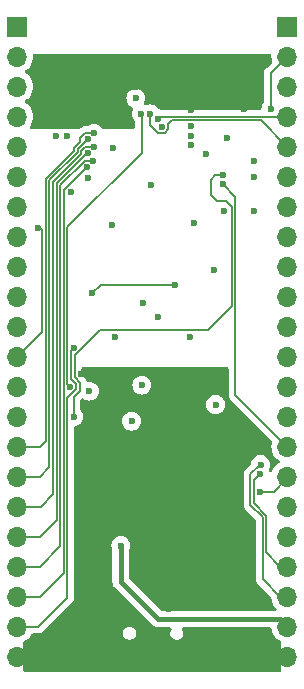
<source format=gbr>
%TF.GenerationSoftware,KiCad,Pcbnew,8.0.8*%
%TF.CreationDate,2025-04-17T09:07:27-03:00*%
%TF.ProjectId,ESP32_DevBoard_Minimal_Electgpl,45535033-325f-4446-9576-426f6172645f,rev?*%
%TF.SameCoordinates,Original*%
%TF.FileFunction,Copper,L4,Bot*%
%TF.FilePolarity,Positive*%
%FSLAX46Y46*%
G04 Gerber Fmt 4.6, Leading zero omitted, Abs format (unit mm)*
G04 Created by KiCad (PCBNEW 8.0.8) date 2025-04-17 09:07:27*
%MOMM*%
%LPD*%
G01*
G04 APERTURE LIST*
%TA.AperFunction,HeatsinkPad*%
%ADD10O,1.000000X1.700000*%
%TD*%
%TA.AperFunction,HeatsinkPad*%
%ADD11O,0.850000X1.700000*%
%TD*%
%TA.AperFunction,ComponentPad*%
%ADD12R,1.700000X1.700000*%
%TD*%
%TA.AperFunction,ComponentPad*%
%ADD13O,1.700000X1.700000*%
%TD*%
%TA.AperFunction,ViaPad*%
%ADD14C,0.600000*%
%TD*%
%TA.AperFunction,Conductor*%
%ADD15C,0.406400*%
%TD*%
%TA.AperFunction,Conductor*%
%ADD16C,0.152400*%
%TD*%
G04 APERTURE END LIST*
D10*
%TO.P,J1,6,Shield*%
%TO.N,GND*%
X145327748Y-128473200D03*
D11*
X150977748Y-128473200D03*
%TD*%
D12*
%TO.P,J3,1,Pin_1*%
%TO.N,GND*%
X159512748Y-74752200D03*
D13*
%TO.P,J3,2,Pin_2*%
%TO.N,TXD*%
X159512748Y-77292200D03*
%TO.P,J3,3,Pin_3*%
%TO.N,RXD*%
X159512748Y-79832200D03*
%TO.P,J3,4,Pin_4*%
%TO.N,GPIO1*%
X159512748Y-82372200D03*
%TO.P,J3,5,Pin_5*%
%TO.N,GPIO2*%
X159512748Y-84912200D03*
%TO.P,J3,6,Pin_6*%
%TO.N,GPIO42*%
X159512748Y-87452200D03*
%TO.P,J3,7,Pin_7*%
%TO.N,GPIO41*%
X159512748Y-89992200D03*
%TO.P,J3,8,Pin_8*%
%TO.N,GPIO40*%
X159512748Y-92532200D03*
%TO.P,J3,9,Pin_9*%
%TO.N,GPIO39*%
X159512748Y-95072200D03*
%TO.P,J3,10,Pin_10*%
%TO.N,GPIO38*%
X159512748Y-97612200D03*
%TO.P,J3,11,Pin_11*%
%TO.N,GPIO37*%
X159512748Y-100152200D03*
%TO.P,J3,12,Pin_12*%
%TO.N,GPIO36*%
X159512748Y-102692200D03*
%TO.P,J3,13,Pin_13*%
%TO.N,GPIO35*%
X159512748Y-105232200D03*
%TO.P,J3,14,Pin_14*%
%TO.N,GPIO0*%
X159512748Y-107772200D03*
%TO.P,J3,15,Pin_15*%
%TO.N,GPIO45*%
X159512748Y-110312200D03*
%TO.P,J3,16,Pin_16*%
%TO.N,GPIO48*%
X159512748Y-112852200D03*
%TO.P,J3,17,Pin_17*%
%TO.N,GPIO47*%
X159512748Y-115392200D03*
%TO.P,J3,18,Pin_18*%
%TO.N,GPIO21*%
X159512748Y-117932200D03*
%TO.P,J3,19,Pin_19*%
%TO.N,GPIO33*%
X159512748Y-120472200D03*
%TO.P,J3,20,Pin_20*%
%TO.N,GPIO34*%
X159512748Y-123012200D03*
%TO.P,J3,21,Pin_21*%
%TO.N,RAW*%
X159512748Y-125552200D03*
%TO.P,J3,22,Pin_22*%
%TO.N,GND*%
X159512748Y-128092200D03*
%TD*%
D12*
%TO.P,J2,1,Pin_1*%
%TO.N,+3.3V*%
X136652748Y-74752200D03*
D13*
%TO.P,J2,2,Pin_2*%
X136652748Y-77292200D03*
%TO.P,J2,3,Pin_3*%
%TO.N,CHIP_PU*%
X136652748Y-79832200D03*
%TO.P,J2,4,Pin_4*%
%TO.N,GPIO4*%
X136652748Y-82372200D03*
%TO.P,J2,5,Pin_5*%
%TO.N,GPIO5*%
X136652748Y-84912200D03*
%TO.P,J2,6,Pin_6*%
%TO.N,GPIO6*%
X136652748Y-87452200D03*
%TO.P,J2,7,Pin_7*%
%TO.N,GPIO7*%
X136652748Y-89992200D03*
%TO.P,J2,8,Pin_8*%
%TO.N,GPIO15*%
X136652748Y-92532200D03*
%TO.P,J2,9,Pin_9*%
%TO.N,GPIO16*%
X136652748Y-95072200D03*
%TO.P,J2,10,Pin_10*%
%TO.N,GPIO17*%
X136652748Y-97612200D03*
%TO.P,J2,11,Pin_11*%
%TO.N,GPIO18*%
X136652748Y-100152200D03*
%TO.P,J2,12,Pin_12*%
%TO.N,GPIO8*%
X136652748Y-102692200D03*
%TO.P,J2,13,Pin_13*%
%TO.N,GPIO3*%
X136652748Y-105232200D03*
%TO.P,J2,14,Pin_14*%
%TO.N,GPIO46*%
X136652748Y-107772200D03*
%TO.P,J2,15,Pin_15*%
%TO.N,GPIO9*%
X136652748Y-110312200D03*
%TO.P,J2,16,Pin_16*%
%TO.N,GPIO10*%
X136652748Y-112852200D03*
%TO.P,J2,17,Pin_17*%
%TO.N,GPIO11*%
X136652748Y-115392200D03*
%TO.P,J2,18,Pin_18*%
%TO.N,GPIO12*%
X136652748Y-117932200D03*
%TO.P,J2,19,Pin_19*%
%TO.N,GPIO13*%
X136652748Y-120472200D03*
%TO.P,J2,20,Pin_20*%
%TO.N,GPIO14*%
X136652748Y-123012200D03*
%TO.P,J2,21,Pin_21*%
%TO.N,GPIO26*%
X136652748Y-125552200D03*
%TO.P,J2,22,Pin_22*%
%TO.N,GND*%
X136652748Y-128092200D03*
%TD*%
D14*
%TO.N,+3.3V*%
X146329748Y-108153200D03*
X142621748Y-87552200D03*
X146685748Y-80820200D03*
X152654748Y-85547200D03*
X154178748Y-90373200D03*
X153441748Y-106756200D03*
X142748748Y-105613200D03*
%TO.N,GND*%
X142327748Y-128116950D03*
X146077748Y-113116950D03*
X156077748Y-128116950D03*
X149098748Y-80721200D03*
X146685000Y-79121000D03*
X143002748Y-125933200D03*
X148590748Y-77546200D03*
X151077748Y-118116950D03*
X152327748Y-118116950D03*
X150495748Y-79578200D03*
X152654748Y-77546200D03*
X144526748Y-79121000D03*
X152019748Y-112725200D03*
X153289748Y-125933200D03*
X153577748Y-121866950D03*
X154686748Y-77546200D03*
X153577748Y-123116950D03*
X157327748Y-128116950D03*
X146077748Y-111866950D03*
X148463748Y-80086200D03*
X148590748Y-117805200D03*
X143577748Y-119366950D03*
X154432748Y-84142800D03*
X156077748Y-123116950D03*
X156718748Y-77546200D03*
X154827748Y-123116950D03*
X146685748Y-79832200D03*
X150622748Y-77546200D03*
X142327748Y-124366950D03*
X151638748Y-77546200D03*
X153577748Y-128116950D03*
X144827748Y-111866950D03*
X151638748Y-91389200D03*
X144653748Y-91516200D03*
X149606748Y-119329200D03*
X148014748Y-88152200D03*
X155702748Y-77546200D03*
X156718000Y-86106000D03*
X141859748Y-80594200D03*
X145542748Y-77546200D03*
X152908748Y-113614200D03*
X154827748Y-128116950D03*
X144827748Y-109366950D03*
X156718748Y-90373200D03*
X144526748Y-77546200D03*
X144827748Y-113116950D03*
X153289748Y-95326200D03*
X142327748Y-109366950D03*
X151384748Y-84785200D03*
X141217525Y-88714977D03*
X145542000Y-79121000D03*
X151384748Y-83205600D03*
X151077748Y-119366950D03*
X141077748Y-126866950D03*
X157734748Y-77546200D03*
X146558748Y-77546200D03*
X149860748Y-78943200D03*
X157327748Y-126866950D03*
X149606748Y-77546200D03*
X156077748Y-120616950D03*
X152327748Y-123116950D03*
X138430748Y-77546200D03*
X142032748Y-104195320D03*
X140843748Y-84023200D03*
X151384748Y-81843600D03*
X141077748Y-128116950D03*
X139827748Y-128116950D03*
X142494748Y-77546200D03*
X152327748Y-128116950D03*
X143510748Y-79121000D03*
X146077748Y-110616950D03*
X138577748Y-126866950D03*
X140462748Y-77546200D03*
X150622748Y-78816200D03*
X143577748Y-128116950D03*
X139827748Y-126866950D03*
X151257748Y-101041200D03*
X154203748Y-108153200D03*
X151130748Y-112725200D03*
X149733748Y-81356200D03*
X144780748Y-84999800D03*
X143577748Y-109366950D03*
X151384748Y-105105200D03*
X144827748Y-110616950D03*
X148577748Y-99366950D03*
X147327748Y-113116950D03*
X154827748Y-121866950D03*
X156718748Y-87452200D03*
X142327748Y-115616950D03*
X152908748Y-112725200D03*
X143577748Y-120616950D03*
X151892748Y-79705200D03*
X155829748Y-81737200D03*
X154827748Y-126866950D03*
X156077748Y-126866950D03*
X147327748Y-110616950D03*
X141478748Y-77546200D03*
X147327748Y-98116950D03*
X141077748Y-125616950D03*
X151384748Y-84023200D03*
X144907748Y-101041200D03*
X147828748Y-79451200D03*
X155448748Y-79070200D03*
X152908748Y-111836200D03*
X147574748Y-77546200D03*
X153670748Y-77546200D03*
X138577748Y-128116950D03*
X139954748Y-84023200D03*
X142327748Y-116866950D03*
X142494748Y-78943200D03*
X156077748Y-119366950D03*
X147327748Y-111866950D03*
X142327748Y-118116950D03*
X139446748Y-77546200D03*
X156077748Y-121866950D03*
X149479748Y-124028200D03*
%TO.N,CHIP_PU*%
X147193748Y-105105200D03*
%TO.N,RAW*%
X145414748Y-118694200D03*
%TO.N,GPIO0*%
X148886148Y-83214655D03*
%TO.N,SPIWP*%
X149987748Y-96596200D03*
X143002748Y-97337600D03*
%TO.N,GPIO14*%
X142562651Y-86622297D03*
%TO.N,TXD*%
X158115748Y-81737200D03*
%TO.N,GPIO13*%
X143094681Y-86090268D03*
%TO.N,GPIO12*%
X142601597Y-85482621D03*
%TO.N,GPIO45*%
X154051748Y-88087200D03*
%TO.N,GPIO2*%
X147898511Y-82138800D03*
%TO.N,GPIO26*%
X141423148Y-101930200D03*
%TO.N,GPIO10*%
X142600908Y-84304399D03*
%TO.N,GPIO8*%
X138430748Y-91770200D03*
%TO.N,GPIO3*%
X147146108Y-82138800D03*
X141118348Y-105232200D03*
%TO.N,GPIO9*%
X143129748Y-83769200D03*
%TO.N,GPIO34*%
X157247348Y-111836200D03*
%TO.N,GPIO46*%
X141423148Y-107772200D03*
X154051748Y-87325200D03*
%TO.N,GPIO48*%
X157226748Y-114122200D03*
%TO.N,GPIO11*%
X143136419Y-84953400D03*
%TO.N,GPIO33*%
X157222952Y-112598200D03*
%TO.N,GPIO1*%
X148563023Y-82535170D03*
%TD*%
D15*
%TO.N,RAW*%
X145414748Y-118694200D02*
X145414748Y-121741200D01*
X148590748Y-124917200D02*
X158877748Y-124917200D01*
X145414748Y-121741200D02*
X148590748Y-124917200D01*
X158877748Y-124917200D02*
X159512748Y-125552200D01*
D16*
%TO.N,SPIWP*%
X143002748Y-97337600D02*
X143744148Y-96596200D01*
X143744148Y-96596200D02*
X149987748Y-96596200D01*
%TO.N,GPIO14*%
X140589748Y-88595200D02*
X140589748Y-120980200D01*
X138557748Y-123012200D02*
X136652748Y-123012200D01*
X142562651Y-86622297D02*
X140589748Y-88595200D01*
X140589748Y-120980200D02*
X138557748Y-123012200D01*
%TO.N,TXD*%
X158115748Y-81737200D02*
X158115748Y-78689200D01*
X158115748Y-78689200D02*
X159512748Y-77292200D01*
%TO.N,GPIO13*%
X140284948Y-88152446D02*
X140284948Y-118745000D01*
X138557748Y-120472200D02*
X136652748Y-120472200D01*
X140284948Y-118745000D02*
X138557748Y-120472200D01*
X143094681Y-86090268D02*
X142347126Y-86090268D01*
X142347126Y-86090268D02*
X140284948Y-88152446D01*
%TO.N,GPIO12*%
X139980148Y-116509800D02*
X138557748Y-117932200D01*
X139980148Y-88026194D02*
X139980148Y-116509800D01*
X142523721Y-85482621D02*
X139980148Y-88026194D01*
X142601597Y-85482621D02*
X142523721Y-85482621D01*
X138557748Y-117932200D02*
X136652748Y-117932200D01*
%TO.N,GPIO45*%
X154051748Y-88087200D02*
X155118548Y-89154000D01*
X155118548Y-89154000D02*
X155118548Y-105918000D01*
X155118548Y-105918000D02*
X159512748Y-110312200D01*
%TO.N,GPIO2*%
X148564803Y-83743255D02*
X147898511Y-83076963D01*
X147898511Y-83076963D02*
X147898511Y-82138800D01*
X157277548Y-82677000D02*
X149733748Y-82677000D01*
X159512748Y-84912200D02*
X157277548Y-82677000D01*
X149414748Y-83453200D02*
X149124693Y-83743255D01*
X149124693Y-83743255D02*
X148564803Y-83743255D01*
X149414748Y-82996000D02*
X149414748Y-83453200D01*
X149733748Y-82677000D02*
X149414748Y-82996000D01*
%TO.N,GPIO26*%
X140894548Y-106203554D02*
X140894548Y-123088400D01*
X141646948Y-105013246D02*
X141646948Y-105451154D01*
X140894548Y-123088400D02*
X138430748Y-125552200D01*
X138430748Y-125552200D02*
X136652748Y-125552200D01*
X141423148Y-101930200D02*
X141199348Y-102154000D01*
X141646948Y-105451154D02*
X140894548Y-106203554D01*
X141199348Y-104597200D02*
X141230902Y-104597200D01*
X141199348Y-102154000D02*
X141199348Y-104597200D01*
X141230902Y-104597200D02*
X141646948Y-105013246D01*
%TO.N,GPIO10*%
X138557748Y-112852200D02*
X136652748Y-112852200D01*
X142600908Y-84304399D02*
X141768197Y-85137110D01*
X139370548Y-87773690D02*
X139370548Y-112039400D01*
X139370548Y-112039400D02*
X138557748Y-112852200D01*
X141768197Y-85137110D02*
X141768197Y-85376041D01*
X141768197Y-85376041D02*
X139370548Y-87773690D01*
%TO.N,GPIO8*%
X138760948Y-100584000D02*
X136652748Y-102692200D01*
X138430748Y-91770200D02*
X138557748Y-91770200D01*
X138557748Y-91770200D02*
X138760948Y-91973400D01*
X138760948Y-91973400D02*
X138760948Y-100584000D01*
%TO.N,GPIO3*%
X147193748Y-82186440D02*
X147146108Y-82138800D01*
X140894548Y-91719400D02*
X147193748Y-85420200D01*
X147193748Y-85420200D02*
X147193748Y-82186440D01*
X141118348Y-105232200D02*
X140894548Y-105008400D01*
X140894548Y-105008400D02*
X140894548Y-91719400D01*
%TO.N,GPIO9*%
X138557748Y-110312200D02*
X136652748Y-110312200D01*
X141463397Y-85249789D02*
X139065748Y-87647438D01*
X141964901Y-84509354D02*
X141463397Y-85010858D01*
X139065748Y-87647438D02*
X139065748Y-109804200D01*
X141964901Y-84192852D02*
X141964901Y-84509354D01*
X143129748Y-83769200D02*
X142388553Y-83769200D01*
X141463397Y-85010858D02*
X141463397Y-85249789D01*
X142388553Y-83769200D02*
X141964901Y-84192852D01*
X139065748Y-109804200D02*
X138557748Y-110312200D01*
%TO.N,GPIO34*%
X157226748Y-111836200D02*
X156393348Y-112669600D01*
X157429948Y-116280452D02*
X157429948Y-121505600D01*
X157429948Y-121505600D02*
X158936548Y-123012200D01*
X156393348Y-115243852D02*
X157429948Y-116280452D01*
X157247348Y-111836200D02*
X157226748Y-111836200D01*
X156393348Y-112669600D02*
X156393348Y-115243852D01*
%TO.N,GPIO46*%
X141951748Y-104886994D02*
X141504148Y-104439394D01*
X153416748Y-87325200D02*
X154051748Y-87325200D01*
X143694702Y-100406200D02*
X152781748Y-100406200D01*
X141951748Y-105577406D02*
X141951748Y-104886994D01*
X154305748Y-89484200D02*
X153543748Y-89484200D01*
X141504148Y-102596754D02*
X143694702Y-100406200D01*
X154813748Y-98374200D02*
X154813748Y-89992200D01*
X153035748Y-87706200D02*
X153416748Y-87325200D01*
X141423148Y-107772200D02*
X141423148Y-106106006D01*
X153543748Y-89484200D02*
X153035748Y-88976200D01*
X141423148Y-106106006D02*
X141951748Y-105577406D01*
X152781748Y-100406200D02*
X154813748Y-98374200D01*
X141504148Y-104439394D02*
X141504148Y-102596754D01*
X154813748Y-89992200D02*
X154305748Y-89484200D01*
X153035748Y-88976200D02*
X153035748Y-87706200D01*
%TO.N,GPIO48*%
X157226748Y-114122200D02*
X158369748Y-114122200D01*
X158369748Y-114122200D02*
X159512748Y-112979200D01*
X159512748Y-112979200D02*
X159512748Y-112852200D01*
%TO.N,GPIO11*%
X139675348Y-114338100D02*
X138621248Y-115392200D01*
X142072997Y-85263667D02*
X142072997Y-85502293D01*
X142072997Y-85502293D02*
X139675348Y-87899942D01*
X138621248Y-115392200D02*
X136652748Y-115392200D01*
X142383264Y-84953400D02*
X142072997Y-85263667D01*
X139675348Y-87899942D02*
X139675348Y-114338100D01*
X143136419Y-84953400D02*
X142383264Y-84953400D01*
%TO.N,GPIO33*%
X157734748Y-116154200D02*
X157734748Y-119270400D01*
X156698148Y-115117600D02*
X157734748Y-116154200D01*
X157734748Y-119270400D02*
X158936548Y-120472200D01*
X157222952Y-112598200D02*
X156698148Y-113123004D01*
X156698148Y-113123004D02*
X156698148Y-115117600D01*
%TO.N,GPIO1*%
X148725993Y-82372200D02*
X148563023Y-82535170D01*
X159512748Y-82372200D02*
X148725993Y-82372200D01*
%TD*%
%TA.AperFunction,Conductor*%
%TO.N,GND*%
G36*
X158111028Y-77057885D02*
G01*
X158156783Y-77110689D01*
X158167517Y-77173007D01*
X158157089Y-77292198D01*
X158157089Y-77292200D01*
X158177684Y-77527603D01*
X158177686Y-77527613D01*
X158219188Y-77682501D01*
X158217525Y-77752351D01*
X158187094Y-77802275D01*
X157761646Y-78227725D01*
X157654275Y-78335095D01*
X157654270Y-78335101D01*
X157578350Y-78466598D01*
X157578350Y-78466599D01*
X157578349Y-78466601D01*
X157578349Y-78466602D01*
X157558763Y-78539700D01*
X157539048Y-78613276D01*
X157539048Y-81130460D01*
X157519363Y-81197499D01*
X157502729Y-81218141D01*
X157485932Y-81234937D01*
X157389959Y-81387676D01*
X157330379Y-81557945D01*
X157330378Y-81557950D01*
X157316021Y-81685383D01*
X157288955Y-81749797D01*
X157231360Y-81789352D01*
X157192801Y-81795500D01*
X148893942Y-81795500D01*
X148852987Y-81788541D01*
X148742274Y-81749800D01*
X148742275Y-81749800D01*
X148647955Y-81739173D01*
X148583541Y-81712106D01*
X148556845Y-81681925D01*
X148528327Y-81636538D01*
X148400773Y-81508984D01*
X148387747Y-81500799D01*
X148248034Y-81413011D01*
X148077765Y-81353431D01*
X148077760Y-81353430D01*
X147898515Y-81333235D01*
X147898507Y-81333235D01*
X147719261Y-81353430D01*
X147719256Y-81353431D01*
X147563264Y-81408016D01*
X147493485Y-81411577D01*
X147481360Y-81408018D01*
X147448141Y-81396394D01*
X147391367Y-81355673D01*
X147365620Y-81290720D01*
X147379076Y-81222159D01*
X147384105Y-81213380D01*
X147411536Y-81169724D01*
X147411537Y-81169722D01*
X147471116Y-80999455D01*
X147481592Y-80906476D01*
X147491313Y-80820203D01*
X147491313Y-80820196D01*
X147471117Y-80640950D01*
X147471116Y-80640945D01*
X147411536Y-80470676D01*
X147315563Y-80317937D01*
X147188010Y-80190384D01*
X147035271Y-80094411D01*
X146865002Y-80034831D01*
X146864997Y-80034830D01*
X146685752Y-80014635D01*
X146685744Y-80014635D01*
X146506498Y-80034830D01*
X146506493Y-80034831D01*
X146336224Y-80094411D01*
X146183485Y-80190384D01*
X146055932Y-80317937D01*
X145959959Y-80470676D01*
X145900379Y-80640945D01*
X145900378Y-80640950D01*
X145880183Y-80820196D01*
X145880183Y-80820203D01*
X145900378Y-80999449D01*
X145900379Y-80999454D01*
X145959959Y-81169723D01*
X145992907Y-81222159D01*
X146055932Y-81322462D01*
X146183486Y-81450016D01*
X146264307Y-81500799D01*
X146336226Y-81545989D01*
X146383711Y-81562605D01*
X146440488Y-81603327D01*
X146466235Y-81668280D01*
X146452779Y-81736841D01*
X146447751Y-81745618D01*
X146420320Y-81789274D01*
X146360739Y-81959545D01*
X146360738Y-81959550D01*
X146340543Y-82138796D01*
X146340543Y-82138803D01*
X146360738Y-82318049D01*
X146360739Y-82318054D01*
X146420319Y-82488323D01*
X146516292Y-82641062D01*
X146580729Y-82705499D01*
X146614214Y-82766822D01*
X146617048Y-82793180D01*
X146617048Y-83264200D01*
X146597363Y-83331239D01*
X146544559Y-83376994D01*
X146493048Y-83388200D01*
X143904290Y-83388200D01*
X143837251Y-83368515D01*
X143799297Y-83330173D01*
X143759564Y-83266938D01*
X143632010Y-83139384D01*
X143479271Y-83043411D01*
X143309002Y-82983831D01*
X143308997Y-82983830D01*
X143129752Y-82963635D01*
X143129744Y-82963635D01*
X142950498Y-82983830D01*
X142950493Y-82983831D01*
X142780224Y-83043411D01*
X142627485Y-83139384D01*
X142610689Y-83156181D01*
X142549366Y-83189666D01*
X142523008Y-83192500D01*
X142464477Y-83192500D01*
X142312629Y-83192500D01*
X142165955Y-83231801D01*
X142165954Y-83231801D01*
X142165952Y-83231802D01*
X142165951Y-83231802D01*
X142034454Y-83307722D01*
X142034448Y-83307727D01*
X141990295Y-83351881D01*
X141928972Y-83385366D01*
X141902614Y-83388200D01*
X137828196Y-83388200D01*
X137761157Y-83368515D01*
X137715402Y-83315711D01*
X137705458Y-83246553D01*
X137726621Y-83193077D01*
X137826780Y-83050034D01*
X137826779Y-83050034D01*
X137826783Y-83050030D01*
X137926651Y-82835863D01*
X137987811Y-82607608D01*
X138008407Y-82372200D01*
X137987811Y-82136792D01*
X137926651Y-81908537D01*
X137826783Y-81694371D01*
X137818069Y-81681925D01*
X137691242Y-81500797D01*
X137524150Y-81333706D01*
X137524144Y-81333701D01*
X137338590Y-81203775D01*
X137294965Y-81149198D01*
X137287771Y-81079700D01*
X137319294Y-81017345D01*
X137338590Y-81000625D01*
X137473048Y-80906476D01*
X137524149Y-80870695D01*
X137691243Y-80703601D01*
X137826783Y-80510030D01*
X137926651Y-80295863D01*
X137987811Y-80067608D01*
X138008407Y-79832200D01*
X137987811Y-79596792D01*
X137926651Y-79368537D01*
X137826783Y-79154371D01*
X137691243Y-78960799D01*
X137691242Y-78960797D01*
X137524150Y-78793706D01*
X137524144Y-78793701D01*
X137338590Y-78663775D01*
X137294965Y-78609198D01*
X137287771Y-78539700D01*
X137319294Y-78477345D01*
X137338590Y-78460625D01*
X137360774Y-78445091D01*
X137524149Y-78330695D01*
X137691243Y-78163601D01*
X137826783Y-77970030D01*
X137926651Y-77755863D01*
X137987811Y-77527608D01*
X138008407Y-77292200D01*
X137997979Y-77173007D01*
X138011746Y-77104507D01*
X138060361Y-77054324D01*
X138121507Y-77038200D01*
X158043989Y-77038200D01*
X158111028Y-77057885D01*
G37*
%TD.AperFunction*%
%TD*%
%TA.AperFunction,Conductor*%
%TO.N,GND*%
G36*
X154484887Y-103600885D02*
G01*
X154530642Y-103653689D01*
X154541848Y-103705200D01*
X154541848Y-105842076D01*
X154541848Y-105993924D01*
X154577340Y-106126384D01*
X154581150Y-106140600D01*
X154581150Y-106140601D01*
X154657070Y-106272098D01*
X154657075Y-106272104D01*
X158187094Y-109802123D01*
X158220579Y-109863446D01*
X158219188Y-109921897D01*
X158177686Y-110076786D01*
X158177684Y-110076796D01*
X158157089Y-110312199D01*
X158157089Y-110312200D01*
X158177684Y-110547603D01*
X158177686Y-110547613D01*
X158238842Y-110775855D01*
X158238844Y-110775859D01*
X158238845Y-110775863D01*
X158310080Y-110928626D01*
X158338713Y-110990030D01*
X158338715Y-110990034D01*
X158474249Y-111183595D01*
X158474254Y-111183602D01*
X158641345Y-111350693D01*
X158641351Y-111350698D01*
X158826906Y-111480625D01*
X158870531Y-111535202D01*
X158877725Y-111604700D01*
X158846202Y-111667055D01*
X158826906Y-111683775D01*
X158641345Y-111813705D01*
X158474253Y-111980797D01*
X158338713Y-112174369D01*
X158338712Y-112174371D01*
X158238846Y-112388535D01*
X158238840Y-112388551D01*
X158238299Y-112390570D01*
X158237818Y-112391358D01*
X158236991Y-112393631D01*
X158236534Y-112393464D01*
X158201927Y-112450226D01*
X158139077Y-112480748D01*
X158069702Y-112472445D01*
X158015829Y-112427953D01*
X158001488Y-112399422D01*
X157963038Y-112289538D01*
X157959478Y-112219763D01*
X157970978Y-112192410D01*
X157970116Y-112191995D01*
X157973137Y-112185721D01*
X157977110Y-112174369D01*
X158032716Y-112015455D01*
X158052913Y-111836200D01*
X158050378Y-111813705D01*
X158032717Y-111656950D01*
X158032716Y-111656945D01*
X158001916Y-111568925D01*
X157973137Y-111486678D01*
X157877164Y-111333938D01*
X157749610Y-111206384D01*
X157713342Y-111183595D01*
X157596871Y-111110411D01*
X157426602Y-111050831D01*
X157426597Y-111050830D01*
X157247352Y-111030635D01*
X157247344Y-111030635D01*
X157068098Y-111050830D01*
X157068093Y-111050831D01*
X156897824Y-111110411D01*
X156745085Y-111206384D01*
X156617532Y-111333937D01*
X156521558Y-111486678D01*
X156461978Y-111656950D01*
X156450527Y-111758584D01*
X156423460Y-111822998D01*
X156414988Y-111832381D01*
X156039246Y-112208125D01*
X155931875Y-112315495D01*
X155931870Y-112315501D01*
X155855950Y-112446998D01*
X155855950Y-112446999D01*
X155855949Y-112447001D01*
X155855949Y-112447002D01*
X155816648Y-112593676D01*
X155816648Y-115167928D01*
X155816648Y-115319776D01*
X155853398Y-115456930D01*
X155855950Y-115466452D01*
X155855950Y-115466453D01*
X155931870Y-115597950D01*
X155931875Y-115597956D01*
X156816929Y-116483010D01*
X156850414Y-116544333D01*
X156853248Y-116570691D01*
X156853248Y-121429676D01*
X156853248Y-121581524D01*
X156877460Y-121671886D01*
X156892550Y-121728200D01*
X156892550Y-121728201D01*
X156968470Y-121859698D01*
X156968475Y-121859704D01*
X158128637Y-123019866D01*
X158162122Y-123081189D01*
X158164484Y-123096738D01*
X158177684Y-123247603D01*
X158177686Y-123247613D01*
X158238842Y-123475855D01*
X158238844Y-123475859D01*
X158238845Y-123475863D01*
X158324940Y-123660494D01*
X158338713Y-123690030D01*
X158338715Y-123690034D01*
X158474249Y-123883595D01*
X158474254Y-123883602D01*
X158592471Y-124001819D01*
X158625956Y-124063142D01*
X158620972Y-124132834D01*
X158579100Y-124188767D01*
X158513636Y-124213184D01*
X158504790Y-124213500D01*
X148933592Y-124213500D01*
X148866553Y-124193815D01*
X148845911Y-124177181D01*
X146154767Y-121486037D01*
X146121282Y-121424714D01*
X146118448Y-121398356D01*
X146118448Y-119114599D01*
X146137453Y-119048628D01*
X146140537Y-119043722D01*
X146200116Y-118873455D01*
X146202480Y-118852477D01*
X146220313Y-118694203D01*
X146220313Y-118694196D01*
X146200117Y-118514950D01*
X146200116Y-118514945D01*
X146140536Y-118344676D01*
X146044563Y-118191937D01*
X145917010Y-118064384D01*
X145764271Y-117968411D01*
X145594002Y-117908831D01*
X145593997Y-117908830D01*
X145414752Y-117888635D01*
X145414744Y-117888635D01*
X145235498Y-117908830D01*
X145235493Y-117908831D01*
X145065224Y-117968411D01*
X144912485Y-118064384D01*
X144784932Y-118191937D01*
X144688959Y-118344676D01*
X144629379Y-118514945D01*
X144629378Y-118514950D01*
X144609183Y-118694196D01*
X144609183Y-118694203D01*
X144629378Y-118873449D01*
X144629379Y-118873454D01*
X144688957Y-119043718D01*
X144688958Y-119043720D01*
X144688959Y-119043722D01*
X144692042Y-119048628D01*
X144711048Y-119114599D01*
X144711048Y-121666756D01*
X144711047Y-121666782D01*
X144711047Y-121810508D01*
X144716549Y-121838164D01*
X144716549Y-121838167D01*
X144738089Y-121946456D01*
X144738092Y-121946466D01*
X144791134Y-122074523D01*
X144868149Y-122189785D01*
X144970484Y-122292120D01*
X144970506Y-122292140D01*
X148041022Y-125362656D01*
X148041051Y-125362687D01*
X148142162Y-125463798D01*
X148257424Y-125540813D01*
X148385481Y-125593855D01*
X148385486Y-125593857D01*
X148385490Y-125593857D01*
X148385491Y-125593858D01*
X148521436Y-125620900D01*
X148521439Y-125620900D01*
X148521440Y-125620900D01*
X149592315Y-125620900D01*
X149659354Y-125640585D01*
X149705109Y-125693389D01*
X149715053Y-125762547D01*
X149699703Y-125806897D01*
X149639764Y-125910715D01*
X149602248Y-126050725D01*
X149602248Y-126195675D01*
X149611455Y-126230034D01*
X149639765Y-126335688D01*
X149712236Y-126461211D01*
X149712238Y-126461213D01*
X149712239Y-126461215D01*
X149814733Y-126563709D01*
X149814734Y-126563710D01*
X149814736Y-126563711D01*
X149940259Y-126636182D01*
X149940260Y-126636182D01*
X149940263Y-126636184D01*
X150080273Y-126673700D01*
X150080276Y-126673700D01*
X150225220Y-126673700D01*
X150225223Y-126673700D01*
X150365233Y-126636184D01*
X150490763Y-126563709D01*
X150593257Y-126461215D01*
X150665732Y-126335685D01*
X150703248Y-126195675D01*
X150703248Y-126050725D01*
X150665732Y-125910715D01*
X150605793Y-125806898D01*
X150589321Y-125739001D01*
X150612173Y-125672974D01*
X150667094Y-125629783D01*
X150713181Y-125620900D01*
X158049475Y-125620900D01*
X158116514Y-125640585D01*
X158162269Y-125693389D01*
X158173003Y-125734092D01*
X158177684Y-125787603D01*
X158177686Y-125787613D01*
X158238842Y-126015855D01*
X158238844Y-126015859D01*
X158238845Y-126015863D01*
X158322692Y-126195672D01*
X158338713Y-126230030D01*
X158338715Y-126230034D01*
X158447029Y-126384721D01*
X158474253Y-126423601D01*
X158641347Y-126590695D01*
X158706309Y-126636182D01*
X158834913Y-126726232D01*
X158834915Y-126726233D01*
X158834918Y-126726235D01*
X158940652Y-126775539D01*
X158993092Y-126821711D01*
X159012248Y-126887921D01*
X159012248Y-129245700D01*
X158992563Y-129312739D01*
X158939759Y-129358494D01*
X158888248Y-129369700D01*
X137277248Y-129369700D01*
X137210209Y-129350015D01*
X137164454Y-129297211D01*
X137153248Y-129245700D01*
X137153248Y-126887921D01*
X137172933Y-126820882D01*
X137224843Y-126775539D01*
X137330578Y-126726235D01*
X137524149Y-126590695D01*
X137691243Y-126423601D01*
X137826783Y-126230030D01*
X137840556Y-126200494D01*
X137886729Y-126148055D01*
X137952938Y-126128900D01*
X138506670Y-126128900D01*
X138506672Y-126128900D01*
X138653346Y-126089599D01*
X138720678Y-126050725D01*
X145602248Y-126050725D01*
X145602248Y-126195675D01*
X145611455Y-126230034D01*
X145639765Y-126335688D01*
X145712236Y-126461211D01*
X145712238Y-126461213D01*
X145712239Y-126461215D01*
X145814733Y-126563709D01*
X145814734Y-126563710D01*
X145814736Y-126563711D01*
X145940259Y-126636182D01*
X145940260Y-126636182D01*
X145940263Y-126636184D01*
X146080273Y-126673700D01*
X146080276Y-126673700D01*
X146225220Y-126673700D01*
X146225223Y-126673700D01*
X146365233Y-126636184D01*
X146490763Y-126563709D01*
X146593257Y-126461215D01*
X146665732Y-126335685D01*
X146703248Y-126195675D01*
X146703248Y-126050725D01*
X146665732Y-125910715D01*
X146593257Y-125785185D01*
X146490763Y-125682691D01*
X146490761Y-125682690D01*
X146490759Y-125682688D01*
X146365236Y-125610217D01*
X146365237Y-125610217D01*
X146353754Y-125607140D01*
X146225223Y-125572700D01*
X146080273Y-125572700D01*
X145951741Y-125607140D01*
X145940259Y-125610217D01*
X145814736Y-125682688D01*
X145814730Y-125682693D01*
X145712241Y-125785182D01*
X145712236Y-125785188D01*
X145639765Y-125910711D01*
X145639764Y-125910715D01*
X145602248Y-126050725D01*
X138720678Y-126050725D01*
X138784850Y-126013675D01*
X141356023Y-123442502D01*
X141431947Y-123310998D01*
X141471248Y-123164324D01*
X141471248Y-123012476D01*
X141471248Y-108683158D01*
X141490933Y-108616119D01*
X141543737Y-108570364D01*
X141581363Y-108559938D01*
X141602403Y-108557568D01*
X141772670Y-108497989D01*
X141925410Y-108402016D01*
X142052964Y-108274462D01*
X142129161Y-108153196D01*
X145524183Y-108153196D01*
X145524183Y-108153203D01*
X145544378Y-108332449D01*
X145544379Y-108332454D01*
X145603959Y-108502723D01*
X145646461Y-108570364D01*
X145699932Y-108655462D01*
X145827486Y-108783016D01*
X145980226Y-108878989D01*
X146150493Y-108938568D01*
X146150498Y-108938569D01*
X146329744Y-108958765D01*
X146329748Y-108958765D01*
X146329752Y-108958765D01*
X146508997Y-108938569D01*
X146509000Y-108938568D01*
X146509003Y-108938568D01*
X146679270Y-108878989D01*
X146832010Y-108783016D01*
X146959564Y-108655462D01*
X147055537Y-108502722D01*
X147115116Y-108332455D01*
X147115117Y-108332449D01*
X147135313Y-108153203D01*
X147135313Y-108153196D01*
X147115117Y-107973950D01*
X147115116Y-107973945D01*
X147101635Y-107935418D01*
X147055537Y-107803678D01*
X147035757Y-107772199D01*
X146959563Y-107650937D01*
X146832010Y-107523384D01*
X146679271Y-107427411D01*
X146509002Y-107367831D01*
X146508997Y-107367830D01*
X146329752Y-107347635D01*
X146329744Y-107347635D01*
X146150498Y-107367830D01*
X146150493Y-107367831D01*
X145980224Y-107427411D01*
X145827485Y-107523384D01*
X145699932Y-107650937D01*
X145603959Y-107803676D01*
X145544379Y-107973945D01*
X145544378Y-107973950D01*
X145524183Y-108153196D01*
X142129161Y-108153196D01*
X142148937Y-108121722D01*
X142208516Y-107951455D01*
X142221420Y-107836930D01*
X142228713Y-107772203D01*
X142228713Y-107772196D01*
X142208517Y-107592950D01*
X142208516Y-107592945D01*
X142188865Y-107536786D01*
X142148937Y-107422678D01*
X142052964Y-107269938D01*
X142036167Y-107253141D01*
X142002682Y-107191818D01*
X141999848Y-107165460D01*
X141999848Y-106756196D01*
X152636183Y-106756196D01*
X152636183Y-106756203D01*
X152656378Y-106935449D01*
X152656379Y-106935454D01*
X152715959Y-107105723D01*
X152785768Y-107216822D01*
X152811932Y-107258462D01*
X152939486Y-107386016D01*
X153092226Y-107481989D01*
X153210526Y-107523384D01*
X153262493Y-107541568D01*
X153262498Y-107541569D01*
X153441744Y-107561765D01*
X153441748Y-107561765D01*
X153441752Y-107561765D01*
X153620997Y-107541569D01*
X153621000Y-107541568D01*
X153621003Y-107541568D01*
X153791270Y-107481989D01*
X153944010Y-107386016D01*
X154071564Y-107258462D01*
X154167537Y-107105722D01*
X154227116Y-106935455D01*
X154247313Y-106756200D01*
X154244778Y-106733705D01*
X154227117Y-106576950D01*
X154227116Y-106576945D01*
X154196316Y-106488925D01*
X154167537Y-106406678D01*
X154071564Y-106253938D01*
X153944010Y-106126384D01*
X153907742Y-106103595D01*
X153791271Y-106030411D01*
X153621002Y-105970831D01*
X153620997Y-105970830D01*
X153441752Y-105950635D01*
X153441744Y-105950635D01*
X153262498Y-105970830D01*
X153262493Y-105970831D01*
X153092224Y-106030411D01*
X152939485Y-106126384D01*
X152811932Y-106253937D01*
X152715959Y-106406676D01*
X152656379Y-106576945D01*
X152656378Y-106576950D01*
X152636183Y-106756196D01*
X141999848Y-106756196D01*
X141999848Y-106396244D01*
X142019533Y-106329205D01*
X142036163Y-106308567D01*
X142087656Y-106257074D01*
X142148978Y-106223590D01*
X142218670Y-106228574D01*
X142241308Y-106239762D01*
X142246484Y-106243014D01*
X142246486Y-106243016D01*
X142399226Y-106338989D01*
X142562851Y-106396244D01*
X142569493Y-106398568D01*
X142569498Y-106398569D01*
X142748744Y-106418765D01*
X142748748Y-106418765D01*
X142748752Y-106418765D01*
X142927997Y-106398569D01*
X142928000Y-106398568D01*
X142928003Y-106398568D01*
X143098270Y-106338989D01*
X143251010Y-106243016D01*
X143378564Y-106115462D01*
X143474537Y-105962722D01*
X143534116Y-105792455D01*
X143540588Y-105735015D01*
X143554313Y-105613203D01*
X143554313Y-105613196D01*
X143534117Y-105433950D01*
X143534116Y-105433945D01*
X143474536Y-105263676D01*
X143378563Y-105110937D01*
X143372822Y-105105196D01*
X146388183Y-105105196D01*
X146388183Y-105105203D01*
X146408378Y-105284449D01*
X146408379Y-105284454D01*
X146467959Y-105454723D01*
X146563932Y-105607462D01*
X146691486Y-105735016D01*
X146844226Y-105830989D01*
X147014493Y-105890568D01*
X147014498Y-105890569D01*
X147193744Y-105910765D01*
X147193748Y-105910765D01*
X147193752Y-105910765D01*
X147372997Y-105890569D01*
X147373000Y-105890568D01*
X147373003Y-105890568D01*
X147543270Y-105830989D01*
X147696010Y-105735016D01*
X147823564Y-105607462D01*
X147919537Y-105454722D01*
X147979116Y-105284455D01*
X147981457Y-105263678D01*
X147999313Y-105105203D01*
X147999313Y-105105196D01*
X147979117Y-104925950D01*
X147979116Y-104925945D01*
X147944784Y-104827830D01*
X147919537Y-104755678D01*
X147823564Y-104602938D01*
X147696010Y-104475384D01*
X147543271Y-104379411D01*
X147373002Y-104319831D01*
X147372997Y-104319830D01*
X147193752Y-104299635D01*
X147193744Y-104299635D01*
X147014498Y-104319830D01*
X147014493Y-104319831D01*
X146844224Y-104379411D01*
X146691485Y-104475384D01*
X146563932Y-104602937D01*
X146467959Y-104755676D01*
X146408379Y-104925945D01*
X146408378Y-104925950D01*
X146388183Y-105105196D01*
X143372822Y-105105196D01*
X143251010Y-104983384D01*
X143098271Y-104887411D01*
X142928002Y-104827831D01*
X142927997Y-104827830D01*
X142748752Y-104807635D01*
X142748744Y-104807635D01*
X142640049Y-104819881D01*
X142571227Y-104807826D01*
X142519848Y-104760477D01*
X142506392Y-104728757D01*
X142489147Y-104664396D01*
X142413223Y-104532892D01*
X142305850Y-104425519D01*
X142117167Y-104236836D01*
X142083682Y-104175513D01*
X142080848Y-104149155D01*
X142080848Y-103705200D01*
X142100533Y-103638161D01*
X142153337Y-103592406D01*
X142204848Y-103581200D01*
X154417848Y-103581200D01*
X154484887Y-103600885D01*
G37*
%TD.AperFunction*%
%TD*%
M02*

</source>
